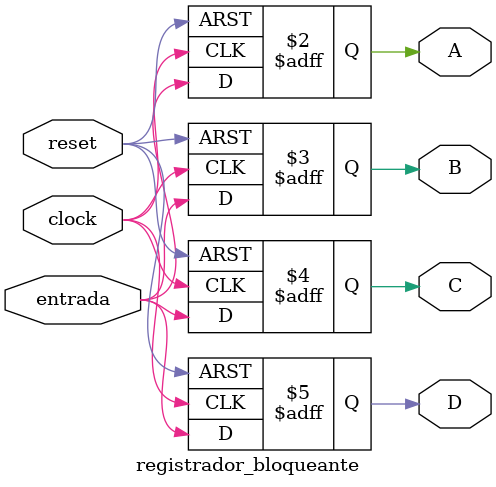
<source format=v>
/*
NOMES: Lara Gama, Mateus Ribeiro, Sulamita Ester
PROJETO: Registrador (bloqueante)
DATA: 26/01/2022

ENTRADAS: clock, reset, entrada
SAÍDAS: A, B, C, D
*/

module registrador_bloqueante(clock, reset, entrada, A, B, C, D,);

input clock, reset, entrada;
output reg A, B, C, D;

always @ (posedge clock or posedge reset)
begin
	if(reset) //quando o reset estiver em uma borda de subida
	begin
		A = 1'b0; //todas as variáveis vão para zero (são reinicializadas)
		B = 1'b0;
		C = 1'b0;
		D = 1'b0;
	end
	
	else //quando o clock estiver em borda de subida
	begin
	A = entrada; //A recebe a entrada 
	B = A; //os demais dados são deslocados um bit para a direita
	C = B; //observe que foi utilizado o operador de atribuição bloquante
	D = C; //verificaremos se o resultado estará de acordo com o esperado
	end
end

endmodule

</source>
